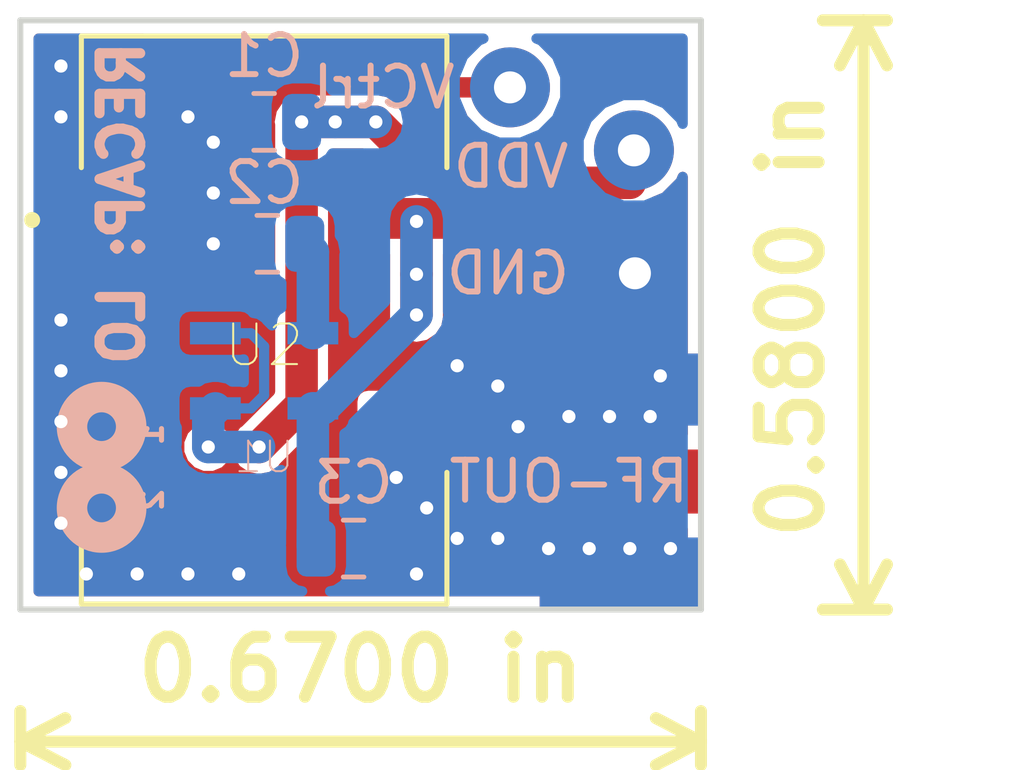
<source format=kicad_pcb>
(kicad_pcb (version 20171130) (host pcbnew 5.0.2-bee76a0~70~ubuntu16.04.1)

  (general
    (thickness 1.6)
    (drawings 10)
    (tracks 76)
    (zones 0)
    (modules 9)
    (nets 7)
  )

  (page A4)
  (layers
    (0 F.Cu signal)
    (31 B.Cu signal)
    (32 B.Adhes user)
    (33 F.Adhes user)
    (34 B.Paste user)
    (35 F.Paste user)
    (36 B.SilkS user)
    (37 F.SilkS user)
    (38 B.Mask user)
    (39 F.Mask user)
    (40 Dwgs.User user)
    (41 Cmts.User user)
    (42 Eco1.User user)
    (43 Eco2.User user)
    (44 Edge.Cuts user)
    (45 Margin user hide)
    (46 B.CrtYd user)
    (47 F.CrtYd user)
    (48 B.Fab user hide)
    (49 F.Fab user hide)
  )

  (setup
    (last_trace_width 0.508)
    (user_trace_width 0.254)
    (user_trace_width 0.508)
    (user_trace_width 0.8128)
    (user_trace_width 1.27)
    (trace_clearance 0.1524)
    (zone_clearance 0.254)
    (zone_45_only no)
    (trace_min 0.1524)
    (segment_width 0.2)
    (edge_width 0.15)
    (via_size 0.6858)
    (via_drill 0.3302)
    (via_min_size 0.6858)
    (via_min_drill 0.3302)
    (uvia_size 0.6858)
    (uvia_drill 0.3302)
    (uvias_allowed no)
    (uvia_min_size 0.2)
    (uvia_min_drill 0.1)
    (pcb_text_width 0.3)
    (pcb_text_size 1.5 1.5)
    (mod_edge_width 0.15)
    (mod_text_size 1 1)
    (mod_text_width 0.15)
    (pad_size 1.524 1.524)
    (pad_drill 0.762)
    (pad_to_mask_clearance 0.051)
    (solder_mask_min_width 0.25)
    (aux_axis_origin 0 0)
    (visible_elements FFFFFF7F)
    (pcbplotparams
      (layerselection 0x010f0_ffffffff)
      (usegerberextensions true)
      (usegerberattributes false)
      (usegerberadvancedattributes false)
      (creategerberjobfile false)
      (excludeedgelayer true)
      (linewidth 0.100000)
      (plotframeref false)
      (viasonmask false)
      (mode 1)
      (useauxorigin false)
      (hpglpennumber 1)
      (hpglpenspeed 20)
      (hpglpendiameter 15.000000)
      (psnegative false)
      (psa4output false)
      (plotreference true)
      (plotvalue false)
      (plotinvisibletext false)
      (padsonsilk false)
      (subtractmaskfromsilk false)
      (outputformat 1)
      (mirror false)
      (drillshape 0)
      (scaleselection 1)
      (outputdirectory "gerbers/"))
  )

  (net 0 "")
  (net 1 VDD)
  (net 2 GND)
  (net 3 "Net-(C2-Pad2)")
  (net 4 +3V3)
  (net 5 "Net-(J1-Pad1)")
  (net 6 "Net-(J2-Pad1)")

  (net_class Default "This is the default net class."
    (clearance 0.1524)
    (trace_width 0.1524)
    (via_dia 0.6858)
    (via_drill 0.3302)
    (uvia_dia 0.6858)
    (uvia_drill 0.3302)
    (add_net +3V3)
    (add_net GND)
    (add_net "Net-(C2-Pad2)")
    (add_net "Net-(J1-Pad1)")
    (add_net "Net-(J2-Pad1)")
    (add_net VDD)
  )

  (module Capacitor_SMD:C_0805_2012Metric (layer B.Cu) (tedit 5B36C52B) (tstamp 5C820D87)
    (at 134.62 65.532 180)
    (descr "Capacitor SMD 0805 (2012 Metric), square (rectangular) end terminal, IPC_7351 nominal, (Body size source: https://docs.google.com/spreadsheets/d/1BsfQQcO9C6DZCsRaXUlFlo91Tg2WpOkGARC1WS5S8t0/edit?usp=sharing), generated with kicad-footprint-generator")
    (tags capacitor)
    (path /5C8EDF7F)
    (attr smd)
    (fp_text reference C1 (at 0 1.65 180) (layer B.SilkS)
      (effects (font (size 1 1) (thickness 0.15)) (justify mirror))
    )
    (fp_text value 2.2u (at 0 -1.65 180) (layer B.Fab)
      (effects (font (size 1 1) (thickness 0.15)) (justify mirror))
    )
    (fp_line (start -1 -0.6) (end -1 0.6) (layer B.Fab) (width 0.1))
    (fp_line (start -1 0.6) (end 1 0.6) (layer B.Fab) (width 0.1))
    (fp_line (start 1 0.6) (end 1 -0.6) (layer B.Fab) (width 0.1))
    (fp_line (start 1 -0.6) (end -1 -0.6) (layer B.Fab) (width 0.1))
    (fp_line (start -0.258578 0.71) (end 0.258578 0.71) (layer B.SilkS) (width 0.12))
    (fp_line (start -0.258578 -0.71) (end 0.258578 -0.71) (layer B.SilkS) (width 0.12))
    (fp_line (start -1.68 -0.95) (end -1.68 0.95) (layer B.CrtYd) (width 0.05))
    (fp_line (start -1.68 0.95) (end 1.68 0.95) (layer B.CrtYd) (width 0.05))
    (fp_line (start 1.68 0.95) (end 1.68 -0.95) (layer B.CrtYd) (width 0.05))
    (fp_line (start 1.68 -0.95) (end -1.68 -0.95) (layer B.CrtYd) (width 0.05))
    (fp_text user %R (at 0 0 180) (layer B.Fab)
      (effects (font (size 0.5 0.5) (thickness 0.08)) (justify mirror))
    )
    (pad 1 smd roundrect (at -0.9375 0 180) (size 0.975 1.4) (layers B.Cu B.Paste B.Mask) (roundrect_rratio 0.25)
      (net 1 VDD))
    (pad 2 smd roundrect (at 0.9375 0 180) (size 0.975 1.4) (layers B.Cu B.Paste B.Mask) (roundrect_rratio 0.25)
      (net 2 GND))
    (model ${KISYS3DMOD}/Capacitor_SMD.3dshapes/C_0805_2012Metric.wrl
      (at (xyz 0 0 0))
      (scale (xyz 1 1 1))
      (rotate (xyz 0 0 0))
    )
  )

  (module Capacitor_SMD:C_0805_2012Metric (layer B.Cu) (tedit 5B36C52B) (tstamp 5C820D98)
    (at 134.6985 68.58)
    (descr "Capacitor SMD 0805 (2012 Metric), square (rectangular) end terminal, IPC_7351 nominal, (Body size source: https://docs.google.com/spreadsheets/d/1BsfQQcO9C6DZCsRaXUlFlo91Tg2WpOkGARC1WS5S8t0/edit?usp=sharing), generated with kicad-footprint-generator")
    (tags capacitor)
    (path /5C8EDF71)
    (attr smd)
    (fp_text reference C2 (at -0.0785 -1.524) (layer B.SilkS)
      (effects (font (size 1 1) (thickness 0.15)) (justify mirror))
    )
    (fp_text value 0.01u (at 0 -1.65) (layer B.Fab)
      (effects (font (size 1 1) (thickness 0.15)) (justify mirror))
    )
    (fp_line (start -1 -0.6) (end -1 0.6) (layer B.Fab) (width 0.1))
    (fp_line (start -1 0.6) (end 1 0.6) (layer B.Fab) (width 0.1))
    (fp_line (start 1 0.6) (end 1 -0.6) (layer B.Fab) (width 0.1))
    (fp_line (start 1 -0.6) (end -1 -0.6) (layer B.Fab) (width 0.1))
    (fp_line (start -0.258578 0.71) (end 0.258578 0.71) (layer B.SilkS) (width 0.12))
    (fp_line (start -0.258578 -0.71) (end 0.258578 -0.71) (layer B.SilkS) (width 0.12))
    (fp_line (start -1.68 -0.95) (end -1.68 0.95) (layer B.CrtYd) (width 0.05))
    (fp_line (start -1.68 0.95) (end 1.68 0.95) (layer B.CrtYd) (width 0.05))
    (fp_line (start 1.68 0.95) (end 1.68 -0.95) (layer B.CrtYd) (width 0.05))
    (fp_line (start 1.68 -0.95) (end -1.68 -0.95) (layer B.CrtYd) (width 0.05))
    (fp_text user %R (at 0 0) (layer B.Fab)
      (effects (font (size 0.5 0.5) (thickness 0.08)) (justify mirror))
    )
    (pad 1 smd roundrect (at -0.9375 0) (size 0.975 1.4) (layers B.Cu B.Paste B.Mask) (roundrect_rratio 0.25)
      (net 2 GND))
    (pad 2 smd roundrect (at 0.9375 0) (size 0.975 1.4) (layers B.Cu B.Paste B.Mask) (roundrect_rratio 0.25)
      (net 3 "Net-(C2-Pad2)"))
    (model ${KISYS3DMOD}/Capacitor_SMD.3dshapes/C_0805_2012Metric.wrl
      (at (xyz 0 0 0))
      (scale (xyz 1 1 1))
      (rotate (xyz 0 0 0))
    )
  )

  (module Capacitor_SMD:C_0805_2012Metric (layer B.Cu) (tedit 5B36C52B) (tstamp 5C820DA9)
    (at 136.8575 76.2 180)
    (descr "Capacitor SMD 0805 (2012 Metric), square (rectangular) end terminal, IPC_7351 nominal, (Body size source: https://docs.google.com/spreadsheets/d/1BsfQQcO9C6DZCsRaXUlFlo91Tg2WpOkGARC1WS5S8t0/edit?usp=sharing), generated with kicad-footprint-generator")
    (tags capacitor)
    (path /5C8EDF78)
    (attr smd)
    (fp_text reference C3 (at 0 1.65 180) (layer B.SilkS)
      (effects (font (size 1 1) (thickness 0.15)) (justify mirror))
    )
    (fp_text value 2.2u (at 0 -1.65 180) (layer B.Fab)
      (effects (font (size 1 1) (thickness 0.15)) (justify mirror))
    )
    (fp_text user %R (at 0 0 180) (layer B.Fab)
      (effects (font (size 0.5 0.5) (thickness 0.08)) (justify mirror))
    )
    (fp_line (start 1.68 -0.95) (end -1.68 -0.95) (layer B.CrtYd) (width 0.05))
    (fp_line (start 1.68 0.95) (end 1.68 -0.95) (layer B.CrtYd) (width 0.05))
    (fp_line (start -1.68 0.95) (end 1.68 0.95) (layer B.CrtYd) (width 0.05))
    (fp_line (start -1.68 -0.95) (end -1.68 0.95) (layer B.CrtYd) (width 0.05))
    (fp_line (start -0.258578 -0.71) (end 0.258578 -0.71) (layer B.SilkS) (width 0.12))
    (fp_line (start -0.258578 0.71) (end 0.258578 0.71) (layer B.SilkS) (width 0.12))
    (fp_line (start 1 -0.6) (end -1 -0.6) (layer B.Fab) (width 0.1))
    (fp_line (start 1 0.6) (end 1 -0.6) (layer B.Fab) (width 0.1))
    (fp_line (start -1 0.6) (end 1 0.6) (layer B.Fab) (width 0.1))
    (fp_line (start -1 -0.6) (end -1 0.6) (layer B.Fab) (width 0.1))
    (pad 2 smd roundrect (at 0.9375 0 180) (size 0.975 1.4) (layers B.Cu B.Paste B.Mask) (roundrect_rratio 0.25)
      (net 4 +3V3))
    (pad 1 smd roundrect (at -0.9375 0 180) (size 0.975 1.4) (layers B.Cu B.Paste B.Mask) (roundrect_rratio 0.25)
      (net 2 GND))
    (model ${KISYS3DMOD}/Capacitor_SMD.3dshapes/C_0805_2012Metric.wrl
      (at (xyz 0 0 0))
      (scale (xyz 1 1 1))
      (rotate (xyz 0 0 0))
    )
  )

  (module Connector_Wire:SolderWirePad_1x01_Drill0.8mm (layer F.Cu) (tedit 5C820D70) (tstamp 5C82245B)
    (at 140.7668 64.6684)
    (descr "Wire solder connection")
    (tags connector)
    (path /5C83B369)
    (attr virtual)
    (fp_text reference VCtrl (at -3.175 0) (layer B.SilkS)
      (effects (font (size 1 1) (thickness 0.15)) (justify mirror))
    )
    (fp_text value Vctrl (at 0 2.54) (layer F.Fab)
      (effects (font (size 1 1) (thickness 0.15)))
    )
    (fp_text user %R (at 0 0) (layer F.Fab)
      (effects (font (size 1 1) (thickness 0.15)))
    )
    (fp_line (start -1.5 -1.5) (end 1.5 -1.5) (layer F.CrtYd) (width 0.05))
    (fp_line (start -1.5 -1.5) (end -1.5 1.5) (layer F.CrtYd) (width 0.05))
    (fp_line (start 1.5 1.5) (end 1.5 -1.5) (layer F.CrtYd) (width 0.05))
    (fp_line (start 1.5 1.5) (end -1.5 1.5) (layer F.CrtYd) (width 0.05))
    (pad 1 thru_hole circle (at 0 0) (size 1.99898 1.99898) (drill 0.8001) (layers *.Cu *.Mask)
      (net 5 "Net-(J1-Pad1)"))
  )

  (module footprints:sma-edge-small (layer F.Cu) (tedit 5C820D85) (tstamp 5C820DBC)
    (at 143.51 74.524)
    (path /5C8BE635)
    (fp_text reference RF-OUT (at -1.27 0) (layer B.SilkS)
      (effects (font (size 1 1) (thickness 0.15)) (justify mirror))
    )
    (fp_text value RF-OUT (at 0.03 -4.36) (layer F.Fab)
      (effects (font (size 1 1) (thickness 0.15)))
    )
    (pad 1 smd rect (at 0 0) (size 4 1.6) (layers F.Cu F.Mask)
      (net 6 "Net-(J2-Pad1)"))
    (pad 2 smd rect (at 0 3.2) (size 4 1.8) (drill (offset 0 -0.9)) (layers F.Cu F.Mask)
      (net 2 GND))
    (pad 2 smd rect (at 0 3.2) (size 4 1.8) (drill (offset 0 -0.9)) (layers B.Cu B.Mask)
      (net 2 GND))
    (pad 2 smd rect (at 0 -3.2) (size 4 1.8) (drill (offset 0 0.9)) (layers F.Cu F.Mask)
      (net 2 GND))
    (pad 2 smd rect (at 0 -3.2) (size 4 1.8) (drill (offset 0 0.9)) (layers B.Cu B.Mask)
      (net 2 GND))
  )

  (module Connector_Wire:SolderWirePad_1x01_Drill0.8mm (layer F.Cu) (tedit 5C820D11) (tstamp 5C820DC6)
    (at 143.891 69.3166)
    (descr "Wire solder connection")
    (tags connector)
    (path /5C93E853)
    (attr virtual)
    (fp_text reference GND (at -3.175 0 180) (layer B.SilkS)
      (effects (font (size 1 1) (thickness 0.15)) (justify mirror))
    )
    (fp_text value GND (at 0 2.54) (layer F.Fab)
      (effects (font (size 1 1) (thickness 0.15)))
    )
    (fp_line (start 1.5 1.5) (end -1.5 1.5) (layer F.CrtYd) (width 0.05))
    (fp_line (start 1.5 1.5) (end 1.5 -1.5) (layer F.CrtYd) (width 0.05))
    (fp_line (start -1.5 -1.5) (end -1.5 1.5) (layer F.CrtYd) (width 0.05))
    (fp_line (start -1.5 -1.5) (end 1.5 -1.5) (layer F.CrtYd) (width 0.05))
    (fp_text user %R (at 0 0) (layer F.Fab)
      (effects (font (size 1 1) (thickness 0.15)))
    )
    (pad 1 thru_hole circle (at 0 0) (size 1.99898 1.99898) (drill 0.8001) (layers *.Cu *.Mask)
      (net 2 GND))
  )

  (module Connector_Wire:SolderWirePad_1x01_Drill0.8mm (layer F.Cu) (tedit 5C820D26) (tstamp 5C822224)
    (at 143.8656 66.2432)
    (descr "Wire solder connection")
    (tags connector)
    (path /5C90970E)
    (attr virtual)
    (fp_text reference VDD (at -3.0734 0.4064) (layer B.SilkS)
      (effects (font (size 1 1) (thickness 0.15)) (justify mirror))
    )
    (fp_text value VDD (at 0 2.54) (layer F.Fab)
      (effects (font (size 1 1) (thickness 0.15)))
    )
    (fp_text user %R (at 0 0) (layer F.Fab)
      (effects (font (size 1 1) (thickness 0.15)))
    )
    (fp_line (start -1.5 -1.5) (end 1.5 -1.5) (layer F.CrtYd) (width 0.05))
    (fp_line (start -1.5 -1.5) (end -1.5 1.5) (layer F.CrtYd) (width 0.05))
    (fp_line (start 1.5 1.5) (end 1.5 -1.5) (layer F.CrtYd) (width 0.05))
    (fp_line (start 1.5 1.5) (end -1.5 1.5) (layer F.CrtYd) (width 0.05))
    (pad 1 thru_hole circle (at 0 0) (size 1.99898 1.99898) (drill 0.8001) (layers *.Cu *.Mask)
      (net 1 VDD))
  )

  (module LP3985IM5-5.0:SOT95P300X120-5N (layer B.Cu) (tedit 5C820DC9) (tstamp 5C820DF1)
    (at 134.62 71.755)
    (path /5C8C4F98)
    (attr smd)
    (fp_text reference U1 (at 0 2.159) (layer B.SilkS)
      (effects (font (size 0.762 0.762) (thickness 0.05)) (justify mirror))
    )
    (fp_text value VoltageReg (at 0 -2.54) (layer B.SilkS) hide
      (effects (font (size 0.762 0.762) (thickness 0.05)) (justify mirror))
    )
    (fp_line (start -0.8382 0.7112) (end -0.8382 1.1938) (layer Eco2.User) (width 0.1524))
    (fp_line (start -0.8382 1.1938) (end -1.4986 1.1938) (layer Eco2.User) (width 0.1524))
    (fp_line (start -1.4986 1.1938) (end -1.4986 0.7112) (layer Eco2.User) (width 0.1524))
    (fp_line (start -1.4986 0.7112) (end -0.8382 0.7112) (layer Eco2.User) (width 0.1524))
    (fp_line (start -0.8382 -0.254) (end -0.8382 0.254) (layer Eco2.User) (width 0.1524))
    (fp_line (start -0.8382 0.254) (end -1.4986 0.254) (layer Eco2.User) (width 0.1524))
    (fp_line (start -1.4986 0.254) (end -1.4986 -0.254) (layer Eco2.User) (width 0.1524))
    (fp_line (start -1.4986 -0.254) (end -0.8382 -0.254) (layer Eco2.User) (width 0.1524))
    (fp_line (start -0.8382 -1.1938) (end -0.8382 -0.7112) (layer Eco2.User) (width 0.1524))
    (fp_line (start -0.8382 -0.7112) (end -1.4986 -0.7112) (layer Eco2.User) (width 0.1524))
    (fp_line (start -1.4986 -0.7112) (end -1.4986 -1.1938) (layer Eco2.User) (width 0.1524))
    (fp_line (start -1.4986 -1.1938) (end -0.8382 -1.1938) (layer Eco2.User) (width 0.1524))
    (fp_line (start 0.8382 -0.7112) (end 0.8382 -1.1938) (layer Eco2.User) (width 0.1524))
    (fp_line (start 0.8382 -1.1938) (end 1.4986 -1.1938) (layer Eco2.User) (width 0.1524))
    (fp_line (start 1.4986 -1.1938) (end 1.4986 -0.7112) (layer Eco2.User) (width 0.1524))
    (fp_line (start 1.4986 -0.7112) (end 0.8382 -0.7112) (layer Eco2.User) (width 0.1524))
    (fp_line (start 0.8382 1.1938) (end 0.8382 0.7112) (layer Eco2.User) (width 0.1524))
    (fp_line (start 0.8382 0.7112) (end 1.4986 0.7112) (layer Eco2.User) (width 0.1524))
    (fp_line (start 1.4986 0.7112) (end 1.4986 1.1938) (layer Eco2.User) (width 0.1524))
    (fp_line (start 1.4986 1.1938) (end 0.8382 1.1938) (layer Eco2.User) (width 0.1524))
    (fp_line (start -0.8382 -1.4986) (end 0.8382 -1.4986) (layer Eco2.User) (width 0.1524))
    (fp_line (start 0.8382 -1.4986) (end 0.8382 1.4986) (layer Eco2.User) (width 0.1524))
    (fp_line (start 0.8382 1.4986) (end -0.8382 1.4986) (layer Eco2.User) (width 0.1524))
    (fp_line (start -0.8382 1.4986) (end -0.8382 -1.4986) (layer Eco2.User) (width 0.1524))
    (pad 1 smd rect (at -1.2192 0.9398) (size 1.27 0.5588) (layers B.Cu B.Paste B.Mask)
      (net 1 VDD))
    (pad 2 smd rect (at -1.2192 0) (size 1.27 0.5588) (layers B.Cu B.Paste B.Mask)
      (net 2 GND))
    (pad 3 smd rect (at -1.2192 -0.9398) (size 1.27 0.5588) (layers B.Cu B.Paste B.Mask)
      (net 1 VDD))
    (pad 4 smd rect (at 1.2192 -0.9398) (size 1.27 0.5588) (layers B.Cu B.Paste B.Mask)
      (net 3 "Net-(C2-Pad2)"))
    (pad 5 smd rect (at 1.2192 0.9398) (size 1.27 0.5588) (layers B.Cu B.Paste B.Mask)
      (net 4 +3V3))
  )

  (module OSCSC508P1420X914X530-4N:OSCSC508P1420X914X530-4N (layer F.Cu) (tedit 5C820DD2) (tstamp 5C821C7A)
    (at 134.62 70.485 270)
    (path /5C83A25D)
    (attr smd)
    (fp_text reference U2 (at 0.635 0) (layer F.SilkS)
      (effects (font (size 1.01521 1.01521) (thickness 0.05)))
    )
    (fp_text value CCSO-914X3-1000 (at 0 8.255 270) (layer F.SilkS) hide
      (effects (font (size 1.01181 1.01181) (thickness 0.05)))
    )
    (fp_line (start -7.1 -4.57) (end 7.1 -4.57) (layer Eco2.User) (width 0.127))
    (fp_line (start 7.1 -4.57) (end 7.1 4.57) (layer Eco2.User) (width 0.127))
    (fp_line (start 7.1 4.57) (end -7.1 4.57) (layer Eco2.User) (width 0.127))
    (fp_line (start -7.1 4.57) (end -7.1 -4.57) (layer Eco2.User) (width 0.127))
    (fp_line (start -3.81 -4.57) (end -7.1 -4.57) (layer F.SilkS) (width 0.127))
    (fp_line (start -7.1 -4.57) (end -7.1 4.57) (layer F.SilkS) (width 0.127))
    (fp_line (start -7.1 4.57) (end -3.81 4.57) (layer F.SilkS) (width 0.127))
    (fp_line (start 3.81 -4.57) (end 7.1 -4.57) (layer F.SilkS) (width 0.127))
    (fp_line (start 7.1 -4.57) (end 7.1 4.57) (layer F.SilkS) (width 0.127))
    (fp_line (start 7.1 4.57) (end 3.81 4.57) (layer F.SilkS) (width 0.127))
    (fp_line (start -7.35 -4.82) (end -3.3 -4.82) (layer Eco1.User) (width 0.05))
    (fp_line (start -3.3 -4.82) (end -3.3 -5.43) (layer Eco1.User) (width 0.05))
    (fp_line (start -3.3 -5.43) (end 3.3 -5.43) (layer Eco1.User) (width 0.05))
    (fp_line (start 3.3 -5.43) (end 3.3 -4.82) (layer Eco1.User) (width 0.05))
    (fp_line (start 3.3 -4.82) (end 7.35 -4.82) (layer Eco1.User) (width 0.05))
    (fp_line (start 7.35 -4.82) (end 7.35 4.82) (layer Eco1.User) (width 0.05))
    (fp_line (start 7.35 4.82) (end 3.3 4.82) (layer Eco1.User) (width 0.05))
    (fp_line (start 3.3 4.82) (end 3.3 5.43) (layer Eco1.User) (width 0.05))
    (fp_line (start 3.3 5.43) (end -3.3 5.43) (layer Eco1.User) (width 0.05))
    (fp_line (start -3.3 5.43) (end -3.3 4.82) (layer Eco1.User) (width 0.05))
    (fp_line (start -3.3 4.82) (end -7.35 4.82) (layer Eco1.User) (width 0.05))
    (fp_line (start -7.35 4.82) (end -7.35 -4.82) (layer Eco1.User) (width 0.05))
    (fp_circle (center -2.5 5.8) (end -2.4 5.8) (layer F.SilkS) (width 0.2))
    (pad 1 smd rect (at -2.54 3.885 180) (size 2.58 1.02) (layers F.Cu F.Paste F.Mask)
      (net 5 "Net-(J1-Pad1)"))
    (pad 2 smd rect (at 2.54 3.885 180) (size 2.58 1.02) (layers F.Cu F.Paste F.Mask)
      (net 2 GND))
    (pad 3 smd rect (at 2.54 -3.885 180) (size 2.58 1.02) (layers F.Cu F.Paste F.Mask)
      (net 6 "Net-(J2-Pad1)"))
    (pad 4 smd rect (at -2.54 -3.885 180) (size 2.58 1.02) (layers F.Cu F.Paste F.Mask)
      (net 4 +3V3))
  )

  (gr_text "1   2" (at 131.826 74.168 90) (layer B.SilkS)
    (effects (font (size 0.508 0.508) (thickness 0.127)) (justify mirror))
  )
  (gr_circle (center 130.556 75.184) (end 130.81 74.93) (layer B.SilkS) (width 0.762) (tstamp 5C8225E5))
  (gr_circle (center 130.556 73.152) (end 130.81 72.898) (layer B.SilkS) (width 0.762))
  (gr_text "RECAP: LO" (at 131.064 67.564 90) (layer B.SilkS)
    (effects (font (size 1.016 1.016) (thickness 0.254)) (justify mirror))
  )
  (dimension 14.732 (width 0.3) (layer F.SilkS)
    (gr_text "0.5800 in" (at 151.706 70.358 90) (layer F.SilkS)
      (effects (font (size 1.5 1.5) (thickness 0.3)))
    )
    (feature1 (pts (xy 148.59 62.992) (xy 150.192421 62.992)))
    (feature2 (pts (xy 148.59 77.724) (xy 150.192421 77.724)))
    (crossbar (pts (xy 149.606 77.724) (xy 149.606 62.992)))
    (arrow1a (pts (xy 149.606 62.992) (xy 150.192421 64.118504)))
    (arrow1b (pts (xy 149.606 62.992) (xy 149.019579 64.118504)))
    (arrow2a (pts (xy 149.606 77.724) (xy 150.192421 76.597496)))
    (arrow2b (pts (xy 149.606 77.724) (xy 149.019579 76.597496)))
  )
  (dimension 17.018 (width 0.3) (layer F.SilkS)
    (gr_text "0.6700 in" (at 137.033 83.126) (layer F.SilkS)
      (effects (font (size 1.5 1.5) (thickness 0.3)))
    )
    (feature1 (pts (xy 128.524 80.264) (xy 128.524 81.612421)))
    (feature2 (pts (xy 145.542 80.264) (xy 145.542 81.612421)))
    (crossbar (pts (xy 145.542 81.026) (xy 128.524 81.026)))
    (arrow1a (pts (xy 128.524 81.026) (xy 129.650504 80.439579)))
    (arrow1b (pts (xy 128.524 81.026) (xy 129.650504 81.612421)))
    (arrow2a (pts (xy 145.542 81.026) (xy 144.415496 80.439579)))
    (arrow2b (pts (xy 145.542 81.026) (xy 144.415496 81.612421)))
  )
  (gr_line (start 128.524 77.724) (end 145.542 77.724) (layer Edge.Cuts) (width 0.15))
  (gr_line (start 128.524 62.992) (end 128.524 77.724) (layer Edge.Cuts) (width 0.15))
  (gr_line (start 145.542 62.992) (end 128.524 62.992) (layer Edge.Cuts) (width 0.15))
  (gr_line (start 145.542 77.724) (end 145.542 62.992) (layer Edge.Cuts) (width 0.15))

  (segment (start 134.2898 70.8152) (end 134.62 71.1454) (width 0.254) (layer B.Cu) (net 1))
  (segment (start 133.4008 70.8152) (end 134.2898 70.8152) (width 0.254) (layer B.Cu) (net 1))
  (segment (start 134.2898 72.6948) (end 133.4008 72.6948) (width 0.254) (layer B.Cu) (net 1))
  (segment (start 134.62 72.3646) (end 134.2898 72.6948) (width 0.254) (layer B.Cu) (net 1))
  (segment (start 134.62 71.1454) (end 134.62 72.3646) (width 0.254) (layer B.Cu) (net 1))
  (via (at 137.414 65.532) (size 0.6858) (drill 0.3302) (layers F.Cu B.Cu) (net 1))
  (segment (start 135.5575 65.532) (end 135.5575 65.532) (width 0.8128) (layer B.Cu) (net 1))
  (segment (start 136.398 65.532) (end 137.414 65.532) (width 0.8128) (layer B.Cu) (net 1) (tstamp 5C821FE3))
  (via (at 136.398 65.532) (size 0.6858) (drill 0.3302) (layers F.Cu B.Cu) (net 1))
  (segment (start 135.5575 65.532) (end 136.398 65.532) (width 0.8128) (layer B.Cu) (net 1) (tstamp 5C821FE5))
  (via (at 135.5575 65.532) (size 0.6858) (drill 0.3302) (layers F.Cu B.Cu) (net 1))
  (segment (start 137.414 65.532) (end 135.5575 65.532) (width 0.8128) (layer F.Cu) (net 1))
  (segment (start 135.5575 65.532) (end 135.5575 72.5955) (width 0.8128) (layer F.Cu) (net 1))
  (via (at 133.223 73.66) (size 0.6858) (drill 0.3302) (layers F.Cu B.Cu) (net 1))
  (segment (start 135.5575 72.5955) (end 134.493 73.66) (width 0.8128) (layer F.Cu) (net 1))
  (segment (start 133.223 72.8726) (end 133.4008 72.6948) (width 0.8128) (layer B.Cu) (net 1))
  (segment (start 133.223 73.66) (end 133.223 72.8726) (width 0.8128) (layer B.Cu) (net 1))
  (segment (start 134.493 73.66) (end 134.493 73.66) (width 0.8128) (layer F.Cu) (net 1) (tstamp 5C8221F9))
  (via (at 134.493 73.66) (size 0.6858) (drill 0.3302) (layers F.Cu B.Cu) (net 1))
  (segment (start 134.493 73.66) (end 133.223 73.66) (width 0.8128) (layer B.Cu) (net 1))
  (segment (start 138.210291 66.328291) (end 140.242291 66.328291) (width 0.8128) (layer F.Cu) (net 1))
  (segment (start 137.414 65.532) (end 138.210291 66.328291) (width 0.8128) (layer F.Cu) (net 1))
  (segment (start 140.97 67.056) (end 143.764 67.056) (width 0.8128) (layer F.Cu) (net 1))
  (segment (start 140.242291 66.328291) (end 140.97 67.056) (width 0.8128) (layer F.Cu) (net 1))
  (via (at 144.526 71.882) (size 0.6858) (drill 0.3302) (layers F.Cu B.Cu) (net 2))
  (via (at 144.78 76.2) (size 0.6858) (drill 0.3302) (layers F.Cu B.Cu) (net 2))
  (via (at 129.54 73.025) (size 0.6858) (drill 0.3302) (layers F.Cu B.Cu) (net 2))
  (via (at 144.272 72.898) (size 0.6858) (drill 0.3302) (layers F.Cu B.Cu) (net 2))
  (via (at 143.256 72.898) (size 0.6858) (drill 0.3302) (layers F.Cu B.Cu) (net 2))
  (via (at 142.24 72.898) (size 0.6858) (drill 0.3302) (layers F.Cu B.Cu) (net 2))
  (via (at 143.764 76.2) (size 0.6858) (drill 0.3302) (layers F.Cu B.Cu) (net 2))
  (via (at 142.748 76.2) (size 0.6858) (drill 0.3302) (layers F.Cu B.Cu) (net 2))
  (via (at 141.732 76.2) (size 0.6858) (drill 0.3302) (layers F.Cu B.Cu) (net 2))
  (via (at 137.922 74.422) (size 0.6858) (drill 0.3302) (layers F.Cu B.Cu) (net 2))
  (via (at 138.684 75.184) (size 0.6858) (drill 0.3302) (layers F.Cu B.Cu) (net 2))
  (via (at 139.446 75.946) (size 0.6858) (drill 0.3302) (layers F.Cu B.Cu) (net 2))
  (via (at 140.462 75.946) (size 0.6858) (drill 0.3302) (layers F.Cu B.Cu) (net 2))
  (via (at 140.97 73.152) (size 0.6858) (drill 0.3302) (layers F.Cu B.Cu) (net 2))
  (via (at 140.462 72.136) (size 0.6858) (drill 0.3302) (layers F.Cu B.Cu) (net 2))
  (via (at 139.446 71.628) (size 0.6858) (drill 0.3302) (layers F.Cu B.Cu) (net 2))
  (via (at 138.43 76.835) (size 0.6858) (drill 0.3302) (layers F.Cu B.Cu) (net 2))
  (via (at 133.985 76.835) (size 0.6858) (drill 0.3302) (layers F.Cu B.Cu) (net 2))
  (via (at 132.715 76.835) (size 0.6858) (drill 0.3302) (layers F.Cu B.Cu) (net 2))
  (via (at 131.445 76.835) (size 0.6858) (drill 0.3302) (layers F.Cu B.Cu) (net 2))
  (via (at 130.175 76.835) (size 0.6858) (drill 0.3302) (layers F.Cu B.Cu) (net 2))
  (via (at 129.54 75.565) (size 0.6858) (drill 0.3302) (layers F.Cu B.Cu) (net 2))
  (via (at 129.54 74.295) (size 0.6858) (drill 0.3302) (layers F.Cu B.Cu) (net 2))
  (via (at 129.54 71.755) (size 0.6858) (drill 0.3302) (layers F.Cu B.Cu) (net 2))
  (via (at 129.54 70.485) (size 0.6858) (drill 0.3302) (layers F.Cu B.Cu) (net 2))
  (via (at 129.54 65.405) (size 0.6858) (drill 0.3302) (layers F.Cu B.Cu) (net 2))
  (via (at 129.54 64.135) (size 0.6858) (drill 0.3302) (layers F.Cu B.Cu) (net 2))
  (via (at 133.35 68.58) (size 0.6858) (drill 0.3302) (layers F.Cu B.Cu) (net 2))
  (via (at 133.35 67.31) (size 0.6858) (drill 0.3302) (layers F.Cu B.Cu) (net 2))
  (via (at 133.35 66.04) (size 0.6858) (drill 0.3302) (layers F.Cu B.Cu) (net 2))
  (via (at 132.715 65.405) (size 0.6858) (drill 0.3302) (layers F.Cu B.Cu) (net 2))
  (segment (start 135.8392 68.7832) (end 135.636 68.58) (width 0.8128) (layer B.Cu) (net 3))
  (segment (start 135.8392 70.8152) (end 135.8392 68.7832) (width 0.8128) (layer B.Cu) (net 3))
  (via (at 138.43 70.358) (size 0.6858) (drill 0.3302) (layers F.Cu B.Cu) (net 4))
  (segment (start 135.8392 72.6948) (end 136.0932 72.6948) (width 0.8128) (layer B.Cu) (net 4))
  (segment (start 136.0932 72.6948) (end 138.43 70.358) (width 0.8128) (layer B.Cu) (net 4))
  (segment (start 138.43 68.02) (end 138.43 68.02) (width 0.8128) (layer F.Cu) (net 4))
  (segment (start 138.43 70.358) (end 138.43 69.342) (width 0.8128) (layer F.Cu) (net 4))
  (segment (start 138.43 69.342) (end 138.43 68.02) (width 0.8128) (layer F.Cu) (net 4) (tstamp 5C821FC7))
  (via (at 138.43 69.342) (size 0.6858) (drill 0.3302) (layers F.Cu B.Cu) (net 4))
  (segment (start 138.43 68.02) (end 138.505 67.945) (width 0.8128) (layer F.Cu) (net 4) (tstamp 5C821FC9))
  (via (at 138.43 68.02) (size 0.6858) (drill 0.3302) (layers F.Cu B.Cu) (net 4))
  (segment (start 138.43 70.358) (end 138.43 68.02) (width 0.8128) (layer B.Cu) (net 4))
  (segment (start 135.8392 76.1192) (end 135.92 76.2) (width 0.8128) (layer B.Cu) (net 4))
  (segment (start 135.8392 72.6948) (end 135.8392 76.1192) (width 0.8128) (layer B.Cu) (net 4))
  (segment (start 130.735 65.226) (end 130.735 67.945) (width 0.508) (layer F.Cu) (net 5))
  (segment (start 132.08 63.881) (end 130.735 65.226) (width 0.508) (layer F.Cu) (net 5))
  (segment (start 138.565908 63.881) (end 132.08 63.881) (width 0.508) (layer F.Cu) (net 5))
  (segment (start 139.353308 64.6684) (end 138.565908 63.881) (width 0.508) (layer F.Cu) (net 5))
  (segment (start 140.7668 64.6684) (end 139.353308 64.6684) (width 0.508) (layer F.Cu) (net 5))
  (segment (start 140.004 74.524) (end 143.51 74.524) (width 1.27) (layer F.Cu) (net 6))
  (segment (start 138.505 73.025) (end 140.004 74.524) (width 1.27) (layer F.Cu) (net 6))

  (zone (net 2) (net_name GND) (layer B.Cu) (tstamp 5C8226B7) (hatch edge 0.508)
    (connect_pads yes (clearance 0.254))
    (min_thickness 0.254)
    (fill yes (arc_segments 16) (thermal_gap 0.508) (thermal_bridge_width 0.508))
    (polygon
      (pts
        (xy 128.016 62.484) (xy 146.05 62.484) (xy 146.05 78.232) (xy 128.016 78.232)
      )
    )
    (filled_polygon
      (pts
        (xy 139.984815 63.498077) (xy 139.596477 63.886415) (xy 139.38631 64.393804) (xy 139.38631 64.942996) (xy 139.596477 65.450385)
        (xy 139.984815 65.838723) (xy 140.492204 66.04889) (xy 141.041396 66.04889) (xy 141.548785 65.838723) (xy 141.937123 65.450385)
        (xy 142.14729 64.942996) (xy 142.14729 64.393804) (xy 141.937123 63.886415) (xy 141.548785 63.498077) (xy 141.427888 63.448)
        (xy 145.086001 63.448) (xy 145.086001 65.582114) (xy 145.035923 65.461215) (xy 144.647585 65.072877) (xy 144.140196 64.86271)
        (xy 143.591004 64.86271) (xy 143.083615 65.072877) (xy 142.695277 65.461215) (xy 142.48511 65.968604) (xy 142.48511 66.517796)
        (xy 142.695277 67.025185) (xy 143.083615 67.413523) (xy 143.591004 67.62369) (xy 144.140196 67.62369) (xy 144.647585 67.413523)
        (xy 145.035923 67.025185) (xy 145.086001 66.904286) (xy 145.086 77.268) (xy 136.26663 77.268) (xy 136.405688 77.24034)
        (xy 136.610793 77.103293) (xy 136.74784 76.898188) (xy 136.795964 76.65625) (xy 136.795964 75.74375) (xy 136.74784 75.501812)
        (xy 136.6266 75.320364) (xy 136.6266 73.330594) (xy 136.748886 73.248886) (xy 136.833094 73.122859) (xy 136.846602 73.054949)
        (xy 138.931938 70.969614) (xy 138.997684 70.925684) (xy 139.171715 70.665228) (xy 139.2174 70.435552) (xy 139.2174 70.435551)
        (xy 139.232826 70.358001) (xy 139.2174 70.28045) (xy 139.2174 67.942448) (xy 139.171715 67.712772) (xy 138.997684 67.452316)
        (xy 138.737228 67.278285) (xy 138.43 67.217174) (xy 138.122773 67.278285) (xy 137.862317 67.452316) (xy 137.688286 67.712772)
        (xy 137.642601 67.942448) (xy 137.6426 70.031848) (xy 136.862664 70.811784) (xy 136.862664 70.5358) (xy 136.833094 70.387141)
        (xy 136.748886 70.261114) (xy 136.6266 70.179406) (xy 136.6266 68.86075) (xy 136.642026 68.783199) (xy 136.612287 68.633693)
        (xy 136.580915 68.475972) (xy 136.511964 68.372779) (xy 136.511964 68.12375) (xy 136.46384 67.881812) (xy 136.326793 67.676707)
        (xy 136.121688 67.53966) (xy 135.87975 67.491536) (xy 135.39225 67.491536) (xy 135.150312 67.53966) (xy 134.945207 67.676707)
        (xy 134.80816 67.881812) (xy 134.760036 68.12375) (xy 134.760036 69.03625) (xy 134.80816 69.278188) (xy 134.945207 69.483293)
        (xy 135.051801 69.554517) (xy 135.0518 70.179405) (xy 134.929514 70.261114) (xy 134.845306 70.387141) (xy 134.815736 70.5358)
        (xy 134.815736 70.622716) (xy 134.684388 70.491368) (xy 134.656047 70.448953) (xy 134.488012 70.336675) (xy 134.341501 70.307532)
        (xy 134.310486 70.261114) (xy 134.184459 70.176906) (xy 134.0358 70.147336) (xy 132.7658 70.147336) (xy 132.617141 70.176906)
        (xy 132.491114 70.261114) (xy 132.406906 70.387141) (xy 132.377336 70.5358) (xy 132.377336 71.0946) (xy 132.406906 71.243259)
        (xy 132.491114 71.369286) (xy 132.617141 71.453494) (xy 132.7658 71.483064) (xy 134.0358 71.483064) (xy 134.112 71.467907)
        (xy 134.112001 72.042093) (xy 134.0358 72.026936) (xy 133.818552 72.026936) (xy 133.708028 71.953086) (xy 133.400799 71.891974)
        (xy 133.093572 71.953086) (xy 132.983048 72.026936) (xy 132.7658 72.026936) (xy 132.617141 72.056506) (xy 132.491114 72.140714)
        (xy 132.406906 72.266741) (xy 132.377336 72.4154) (xy 132.377336 72.9742) (xy 132.406906 73.122859) (xy 132.4356 73.165803)
        (xy 132.4356 73.582448) (xy 132.420174 73.66) (xy 132.481285 73.967228) (xy 132.655316 74.227684) (xy 132.915772 74.401715)
        (xy 133.223 74.462826) (xy 133.300552 74.4474) (xy 134.570552 74.4474) (xy 134.800228 74.401715) (xy 135.0518 74.23362)
        (xy 135.051801 75.704713) (xy 135.044036 75.74375) (xy 135.044036 76.080681) (xy 135.036374 76.1192) (xy 135.044036 76.157719)
        (xy 135.044036 76.65625) (xy 135.09216 76.898188) (xy 135.229207 77.103293) (xy 135.434312 77.24034) (xy 135.57337 77.268)
        (xy 128.98 77.268) (xy 128.98 65.07575) (xy 134.681536 65.07575) (xy 134.681536 65.98825) (xy 134.72966 66.230188)
        (xy 134.866707 66.435293) (xy 135.071812 66.57234) (xy 135.31375 66.620464) (xy 135.80125 66.620464) (xy 136.043188 66.57234)
        (xy 136.248293 66.435293) (xy 136.32573 66.3194) (xy 137.491552 66.3194) (xy 137.721228 66.273715) (xy 137.981684 66.099684)
        (xy 138.155715 65.839228) (xy 138.216826 65.532) (xy 138.155715 65.224772) (xy 137.981684 64.964316) (xy 137.721228 64.790285)
        (xy 137.491552 64.7446) (xy 136.32573 64.7446) (xy 136.248293 64.628707) (xy 136.043188 64.49166) (xy 135.80125 64.443536)
        (xy 135.31375 64.443536) (xy 135.071812 64.49166) (xy 134.866707 64.628707) (xy 134.72966 64.833812) (xy 134.681536 65.07575)
        (xy 128.98 65.07575) (xy 128.98 63.448) (xy 140.105712 63.448)
      )
    )
  )
  (zone (net 2) (net_name GND) (layer F.Cu) (tstamp 5C8226B4) (hatch edge 0.508)
    (connect_pads yes (clearance 0.254))
    (min_thickness 0.254)
    (fill yes (arc_segments 16) (thermal_gap 0.508) (thermal_bridge_width 0.508))
    (polygon
      (pts
        (xy 128.016 62.484) (xy 146.05 62.484) (xy 146.05 78.232) (xy 128.016 78.232)
      )
    )
    (filled_polygon
      (pts
        (xy 131.586764 63.476212) (xy 130.330214 64.732762) (xy 130.277191 64.768191) (xy 130.136843 64.978236) (xy 130.1 65.16346)
        (xy 130.1 65.163463) (xy 130.087561 65.226) (xy 130.1 65.288537) (xy 130.100001 67.046536) (xy 129.445 67.046536)
        (xy 129.296341 67.076106) (xy 129.170314 67.160314) (xy 129.086106 67.286341) (xy 129.056536 67.435) (xy 129.056536 68.455)
        (xy 129.086106 68.603659) (xy 129.170314 68.729686) (xy 129.296341 68.813894) (xy 129.445 68.843464) (xy 132.025 68.843464)
        (xy 132.173659 68.813894) (xy 132.299686 68.729686) (xy 132.383894 68.603659) (xy 132.413464 68.455) (xy 132.413464 67.435)
        (xy 132.383894 67.286341) (xy 132.299686 67.160314) (xy 132.173659 67.076106) (xy 132.025 67.046536) (xy 131.37 67.046536)
        (xy 131.37 65.489024) (xy 132.343025 64.516) (xy 138.302883 64.516) (xy 138.860073 65.073191) (xy 138.895499 65.126209)
        (xy 138.948516 65.161634) (xy 138.948518 65.161636) (xy 139.105543 65.266557) (xy 139.290767 65.3034) (xy 139.290771 65.3034)
        (xy 139.353308 65.315839) (xy 139.415845 65.3034) (xy 139.535594 65.3034) (xy 139.596477 65.450385) (xy 139.686983 65.540891)
        (xy 138.536443 65.540891) (xy 138.025616 65.030065) (xy 137.981684 64.964316) (xy 137.721228 64.790285) (xy 137.491552 64.7446)
        (xy 137.491551 64.7446) (xy 137.414 64.729174) (xy 137.336449 64.7446) (xy 135.635052 64.7446) (xy 135.5575 64.729174)
        (xy 135.479948 64.7446) (xy 135.250272 64.790285) (xy 134.989816 64.964316) (xy 134.815785 65.224772) (xy 134.754674 65.532)
        (xy 134.7701 65.609552) (xy 134.770101 72.269347) (xy 133.991065 73.048384) (xy 133.925316 73.092316) (xy 133.826682 73.239933)
        (xy 133.633056 73.046307) (xy 133.366993 72.9361) (xy 133.079007 72.9361) (xy 132.812944 73.046307) (xy 132.609307 73.249944)
        (xy 132.4991 73.516007) (xy 132.4991 73.803993) (xy 132.609307 74.070056) (xy 132.812944 74.273693) (xy 133.079007 74.3839)
        (xy 133.366993 74.3839) (xy 133.633056 74.273693) (xy 133.826682 74.080067) (xy 133.925316 74.227684) (xy 134.185772 74.401715)
        (xy 134.415448 74.4474) (xy 134.415449 74.4474) (xy 134.493 74.462826) (xy 134.570551 74.4474) (xy 134.570552 74.4474)
        (xy 134.800228 74.401715) (xy 135.060684 74.227684) (xy 135.104616 74.161935) (xy 136.059438 73.207114) (xy 136.125184 73.163184)
        (xy 136.299215 72.902728) (xy 136.3449 72.673052) (xy 136.360326 72.595501) (xy 136.3449 72.51795) (xy 136.3449 66.3194)
        (xy 137.087849 66.3194) (xy 137.598677 66.830229) (xy 137.642607 66.895975) (xy 137.777793 66.986303) (xy 137.867937 67.046536)
        (xy 137.215 67.046536) (xy 137.066341 67.076106) (xy 136.940314 67.160314) (xy 136.856106 67.286341) (xy 136.826536 67.435)
        (xy 136.826536 68.455) (xy 136.856106 68.603659) (xy 136.940314 68.729686) (xy 137.066341 68.813894) (xy 137.215 68.843464)
        (xy 137.6426 68.843464) (xy 137.6426 69.419551) (xy 137.642601 69.419555) (xy 137.6426 70.435551) (xy 137.688285 70.665227)
        (xy 137.862316 70.925684) (xy 138.122772 71.099715) (xy 138.43 71.160826) (xy 138.737227 71.099715) (xy 138.997684 70.925684)
        (xy 139.171715 70.665228) (xy 139.2174 70.435552) (xy 139.2174 68.843464) (xy 139.795 68.843464) (xy 139.943659 68.813894)
        (xy 140.069686 68.729686) (xy 140.153894 68.603659) (xy 140.183464 68.455) (xy 140.183464 67.435) (xy 140.170556 67.370108)
        (xy 140.358386 67.557937) (xy 140.402316 67.623684) (xy 140.662772 67.797715) (xy 140.892448 67.8434) (xy 140.892449 67.8434)
        (xy 140.97 67.858826) (xy 141.047551 67.8434) (xy 143.841552 67.8434) (xy 144.071228 67.797715) (xy 144.331684 67.623684)
        (xy 144.404957 67.514022) (xy 144.647585 67.413523) (xy 145.035923 67.025185) (xy 145.086001 66.904286) (xy 145.086 73.335536)
        (xy 141.51 73.335536) (xy 141.361341 73.365106) (xy 141.235314 73.449314) (xy 141.196102 73.508) (xy 140.424841 73.508)
        (xy 140.183464 73.266623) (xy 140.183464 72.515) (xy 140.153894 72.366341) (xy 140.069686 72.240314) (xy 139.943659 72.156106)
        (xy 139.795 72.126536) (xy 138.989103 72.126536) (xy 138.901423 72.06795) (xy 138.505 71.989096) (xy 138.108577 72.06795)
        (xy 138.020897 72.126536) (xy 137.215 72.126536) (xy 137.066341 72.156106) (xy 136.940314 72.240314) (xy 136.856106 72.366341)
        (xy 136.826536 72.515) (xy 136.826536 73.535) (xy 136.856106 73.683659) (xy 136.940314 73.809686) (xy 137.066341 73.893894)
        (xy 137.215 73.923464) (xy 137.966624 73.923464) (xy 139.214822 75.171663) (xy 139.271505 75.256495) (xy 139.607577 75.481051)
        (xy 139.903935 75.54) (xy 139.903936 75.54) (xy 140.003999 75.559904) (xy 140.104063 75.54) (xy 141.196102 75.54)
        (xy 141.235314 75.598686) (xy 141.361341 75.682894) (xy 141.51 75.712464) (xy 145.086 75.712464) (xy 145.086 77.268)
        (xy 128.98 77.268) (xy 128.98 63.448) (xy 131.605614 63.448)
      )
    )
  )
)

</source>
